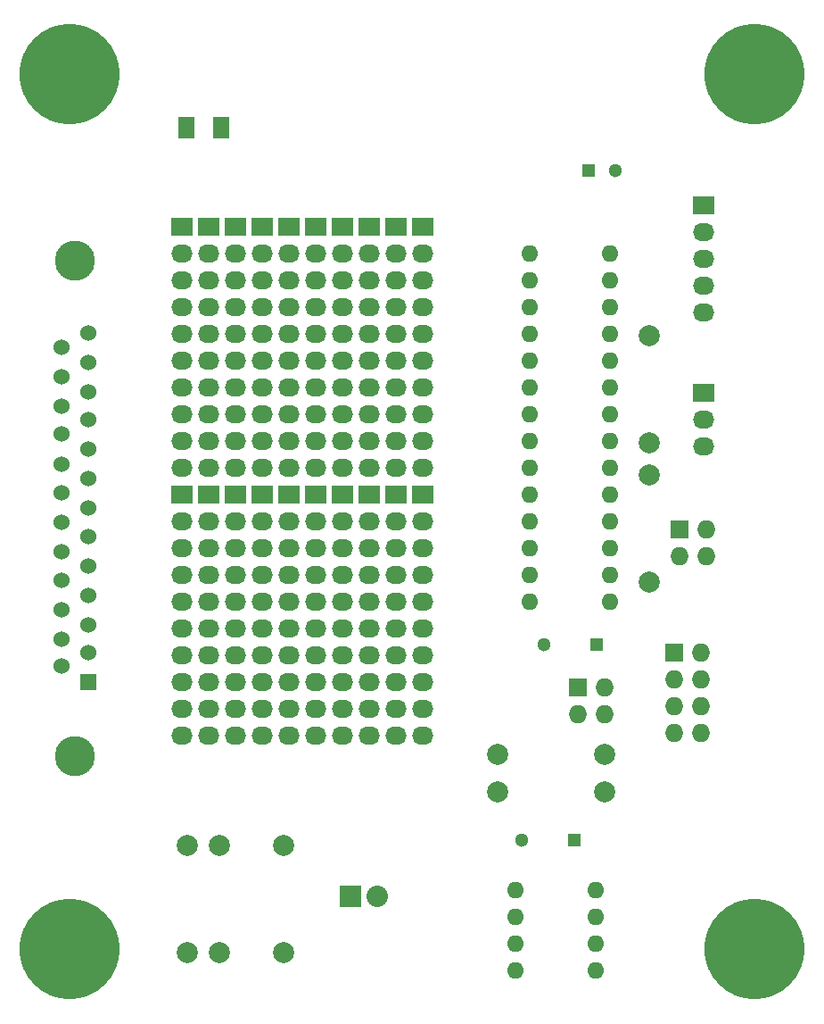
<source format=gts>
G04 #@! TF.FileFunction,Soldermask,Top*
%FSLAX46Y46*%
G04 Gerber Fmt 4.6, Leading zero omitted, Abs format (unit mm)*
G04 Created by KiCad (PCBNEW (after 2015-mar-04 BZR unknown)-product) date 10/25/2016 5:34:20 PM*
%MOMM*%
G01*
G04 APERTURE LIST*
%ADD10C,0.150000*%
%ADD11C,9.525000*%
%ADD12R,1.524000X2.032000*%
%ADD13R,2.032000X2.032000*%
%ADD14O,2.032000X2.032000*%
%ADD15R,1.300000X1.300000*%
%ADD16C,1.300000*%
%ADD17O,1.600000X1.600000*%
%ADD18R,1.727200X1.727200*%
%ADD19O,1.727200X1.727200*%
%ADD20R,2.032000X1.727200*%
%ADD21O,2.032000X1.727200*%
%ADD22C,1.998980*%
%ADD23C,3.810000*%
%ADD24R,1.524000X1.524000*%
%ADD25C,1.524000*%
G04 APERTURE END LIST*
D10*
D11*
X16000000Y-16000000D03*
X81000000Y-16000000D03*
X16000000Y-99000000D03*
X81000000Y-99000000D03*
D12*
X30353000Y-21082000D03*
X27051000Y-21082000D03*
D13*
X42672000Y-93980000D03*
D14*
X45212000Y-93980000D03*
D15*
X66040000Y-70104000D03*
D16*
X61040000Y-70104000D03*
D15*
X63881000Y-88646000D03*
D16*
X58881000Y-88646000D03*
D17*
X59690000Y-33020000D03*
X59690000Y-35560000D03*
X59690000Y-38100000D03*
X59690000Y-40640000D03*
X59690000Y-43180000D03*
X59690000Y-45720000D03*
X59690000Y-48260000D03*
X59690000Y-50800000D03*
X59690000Y-53340000D03*
X59690000Y-55880000D03*
X59690000Y-58420000D03*
X59690000Y-60960000D03*
X59690000Y-63500000D03*
X59690000Y-66040000D03*
X67310000Y-66040000D03*
X67310000Y-63500000D03*
X67310000Y-60960000D03*
X67310000Y-58420000D03*
X67310000Y-55880000D03*
X67310000Y-53340000D03*
X67310000Y-50800000D03*
X67310000Y-48260000D03*
X67310000Y-45720000D03*
X67310000Y-43180000D03*
X67310000Y-40640000D03*
X67310000Y-38100000D03*
X67310000Y-35560000D03*
X67310000Y-33020000D03*
X58293000Y-93345000D03*
X58293000Y-95885000D03*
X58293000Y-98425000D03*
X58293000Y-100965000D03*
X65913000Y-100965000D03*
X65913000Y-98425000D03*
X65913000Y-95885000D03*
X65913000Y-93345000D03*
D18*
X73406000Y-70866000D03*
D19*
X75946000Y-70866000D03*
X73406000Y-73406000D03*
X75946000Y-73406000D03*
X73406000Y-75946000D03*
X75946000Y-75946000D03*
X73406000Y-78486000D03*
X75946000Y-78486000D03*
D20*
X76200000Y-28448000D03*
D21*
X76200000Y-30988000D03*
X76200000Y-33528000D03*
X76200000Y-36068000D03*
X76200000Y-38608000D03*
D22*
X66802000Y-80518000D03*
X56642000Y-80518000D03*
X66802000Y-84074000D03*
X56642000Y-84074000D03*
X71000000Y-51000000D03*
X71000000Y-40840000D03*
X71000000Y-54000000D03*
X71000000Y-64160000D03*
X36322000Y-99314000D03*
X36322000Y-89154000D03*
X27178000Y-99314000D03*
X27178000Y-89154000D03*
X30226000Y-99314000D03*
X30226000Y-89154000D03*
D18*
X73914000Y-59182000D03*
D19*
X76454000Y-59182000D03*
X73914000Y-61722000D03*
X76454000Y-61722000D03*
D18*
X64262000Y-74168000D03*
D19*
X66802000Y-74168000D03*
X64262000Y-76708000D03*
X66802000Y-76708000D03*
D15*
X65278000Y-25146000D03*
D16*
X67778000Y-25146000D03*
D23*
X16510000Y-33655000D03*
X16510000Y-80645000D03*
D24*
X17780000Y-73660000D03*
D25*
X17780000Y-70866000D03*
X17780000Y-68199000D03*
X17780000Y-65405000D03*
X17780000Y-62611000D03*
X17780000Y-59817000D03*
X17780000Y-57150000D03*
X17780000Y-54356000D03*
X17780000Y-51562000D03*
X17780000Y-48768000D03*
X17780000Y-46101000D03*
X17780000Y-43307000D03*
X17780000Y-40513000D03*
X15240000Y-72085200D03*
X15240000Y-69545200D03*
X15240000Y-66751200D03*
X15240000Y-64008000D03*
X15240000Y-61264800D03*
X15240000Y-58470800D03*
X15240000Y-55727600D03*
X15240000Y-52984400D03*
X15240000Y-50139600D03*
X15240000Y-47447200D03*
X15240000Y-44704000D03*
X15240000Y-41910000D03*
D20*
X41910000Y-30480000D03*
D21*
X41910000Y-33020000D03*
X41910000Y-35560000D03*
X41910000Y-38100000D03*
X41910000Y-40640000D03*
X41910000Y-43180000D03*
X41910000Y-45720000D03*
X41910000Y-48260000D03*
X41910000Y-50800000D03*
X41910000Y-53340000D03*
D20*
X44450000Y-55880000D03*
D21*
X44450000Y-58420000D03*
X44450000Y-60960000D03*
X44450000Y-63500000D03*
X44450000Y-66040000D03*
X44450000Y-68580000D03*
X44450000Y-71120000D03*
X44450000Y-73660000D03*
X44450000Y-76200000D03*
X44450000Y-78740000D03*
D20*
X46990000Y-30480000D03*
D21*
X46990000Y-33020000D03*
X46990000Y-35560000D03*
X46990000Y-38100000D03*
X46990000Y-40640000D03*
X46990000Y-43180000D03*
X46990000Y-45720000D03*
X46990000Y-48260000D03*
X46990000Y-50800000D03*
X46990000Y-53340000D03*
D20*
X46990000Y-55880000D03*
D21*
X46990000Y-58420000D03*
X46990000Y-60960000D03*
X46990000Y-63500000D03*
X46990000Y-66040000D03*
X46990000Y-68580000D03*
X46990000Y-71120000D03*
X46990000Y-73660000D03*
X46990000Y-76200000D03*
X46990000Y-78740000D03*
D20*
X44450000Y-30480000D03*
D21*
X44450000Y-33020000D03*
X44450000Y-35560000D03*
X44450000Y-38100000D03*
X44450000Y-40640000D03*
X44450000Y-43180000D03*
X44450000Y-45720000D03*
X44450000Y-48260000D03*
X44450000Y-50800000D03*
X44450000Y-53340000D03*
D20*
X41910000Y-55880000D03*
D21*
X41910000Y-58420000D03*
X41910000Y-60960000D03*
X41910000Y-63500000D03*
X41910000Y-66040000D03*
X41910000Y-68580000D03*
X41910000Y-71120000D03*
X41910000Y-73660000D03*
X41910000Y-76200000D03*
X41910000Y-78740000D03*
D20*
X31750000Y-55880000D03*
D21*
X31750000Y-58420000D03*
X31750000Y-60960000D03*
X31750000Y-63500000D03*
X31750000Y-66040000D03*
X31750000Y-68580000D03*
X31750000Y-71120000D03*
X31750000Y-73660000D03*
X31750000Y-76200000D03*
X31750000Y-78740000D03*
D20*
X34290000Y-30480000D03*
D21*
X34290000Y-33020000D03*
X34290000Y-35560000D03*
X34290000Y-38100000D03*
X34290000Y-40640000D03*
X34290000Y-43180000D03*
X34290000Y-45720000D03*
X34290000Y-48260000D03*
X34290000Y-50800000D03*
X34290000Y-53340000D03*
D20*
X29210000Y-55880000D03*
D21*
X29210000Y-58420000D03*
X29210000Y-60960000D03*
X29210000Y-63500000D03*
X29210000Y-66040000D03*
X29210000Y-68580000D03*
X29210000Y-71120000D03*
X29210000Y-73660000D03*
X29210000Y-76200000D03*
X29210000Y-78740000D03*
D20*
X29210000Y-30480000D03*
D21*
X29210000Y-33020000D03*
X29210000Y-35560000D03*
X29210000Y-38100000D03*
X29210000Y-40640000D03*
X29210000Y-43180000D03*
X29210000Y-45720000D03*
X29210000Y-48260000D03*
X29210000Y-50800000D03*
X29210000Y-53340000D03*
D20*
X31750000Y-30480000D03*
D21*
X31750000Y-33020000D03*
X31750000Y-35560000D03*
X31750000Y-38100000D03*
X31750000Y-40640000D03*
X31750000Y-43180000D03*
X31750000Y-45720000D03*
X31750000Y-48260000D03*
X31750000Y-50800000D03*
X31750000Y-53340000D03*
D20*
X34290000Y-55880000D03*
D21*
X34290000Y-58420000D03*
X34290000Y-60960000D03*
X34290000Y-63500000D03*
X34290000Y-66040000D03*
X34290000Y-68580000D03*
X34290000Y-71120000D03*
X34290000Y-73660000D03*
X34290000Y-76200000D03*
X34290000Y-78740000D03*
D20*
X39370000Y-55880000D03*
D21*
X39370000Y-58420000D03*
X39370000Y-60960000D03*
X39370000Y-63500000D03*
X39370000Y-66040000D03*
X39370000Y-68580000D03*
X39370000Y-71120000D03*
X39370000Y-73660000D03*
X39370000Y-76200000D03*
X39370000Y-78740000D03*
D20*
X39370000Y-30480000D03*
D21*
X39370000Y-33020000D03*
X39370000Y-35560000D03*
X39370000Y-38100000D03*
X39370000Y-40640000D03*
X39370000Y-43180000D03*
X39370000Y-45720000D03*
X39370000Y-48260000D03*
X39370000Y-50800000D03*
X39370000Y-53340000D03*
D20*
X36830000Y-30480000D03*
D21*
X36830000Y-33020000D03*
X36830000Y-35560000D03*
X36830000Y-38100000D03*
X36830000Y-40640000D03*
X36830000Y-43180000D03*
X36830000Y-45720000D03*
X36830000Y-48260000D03*
X36830000Y-50800000D03*
X36830000Y-53340000D03*
D20*
X36830000Y-55880000D03*
D21*
X36830000Y-58420000D03*
X36830000Y-60960000D03*
X36830000Y-63500000D03*
X36830000Y-66040000D03*
X36830000Y-68580000D03*
X36830000Y-71120000D03*
X36830000Y-73660000D03*
X36830000Y-76200000D03*
X36830000Y-78740000D03*
D20*
X26670000Y-30480000D03*
D21*
X26670000Y-33020000D03*
X26670000Y-35560000D03*
X26670000Y-38100000D03*
X26670000Y-40640000D03*
X26670000Y-43180000D03*
X26670000Y-45720000D03*
X26670000Y-48260000D03*
X26670000Y-50800000D03*
X26670000Y-53340000D03*
D20*
X26670000Y-55880000D03*
D21*
X26670000Y-58420000D03*
X26670000Y-60960000D03*
X26670000Y-63500000D03*
X26670000Y-66040000D03*
X26670000Y-68580000D03*
X26670000Y-71120000D03*
X26670000Y-73660000D03*
X26670000Y-76200000D03*
X26670000Y-78740000D03*
D20*
X49530000Y-55880000D03*
D21*
X49530000Y-58420000D03*
X49530000Y-60960000D03*
X49530000Y-63500000D03*
X49530000Y-66040000D03*
X49530000Y-68580000D03*
X49530000Y-71120000D03*
X49530000Y-73660000D03*
X49530000Y-76200000D03*
X49530000Y-78740000D03*
D20*
X49530000Y-30480000D03*
D21*
X49530000Y-33020000D03*
X49530000Y-35560000D03*
X49530000Y-38100000D03*
X49530000Y-40640000D03*
X49530000Y-43180000D03*
X49530000Y-45720000D03*
X49530000Y-48260000D03*
X49530000Y-50800000D03*
X49530000Y-53340000D03*
D20*
X76200000Y-46228000D03*
D21*
X76200000Y-48768000D03*
X76200000Y-51308000D03*
M02*

</source>
